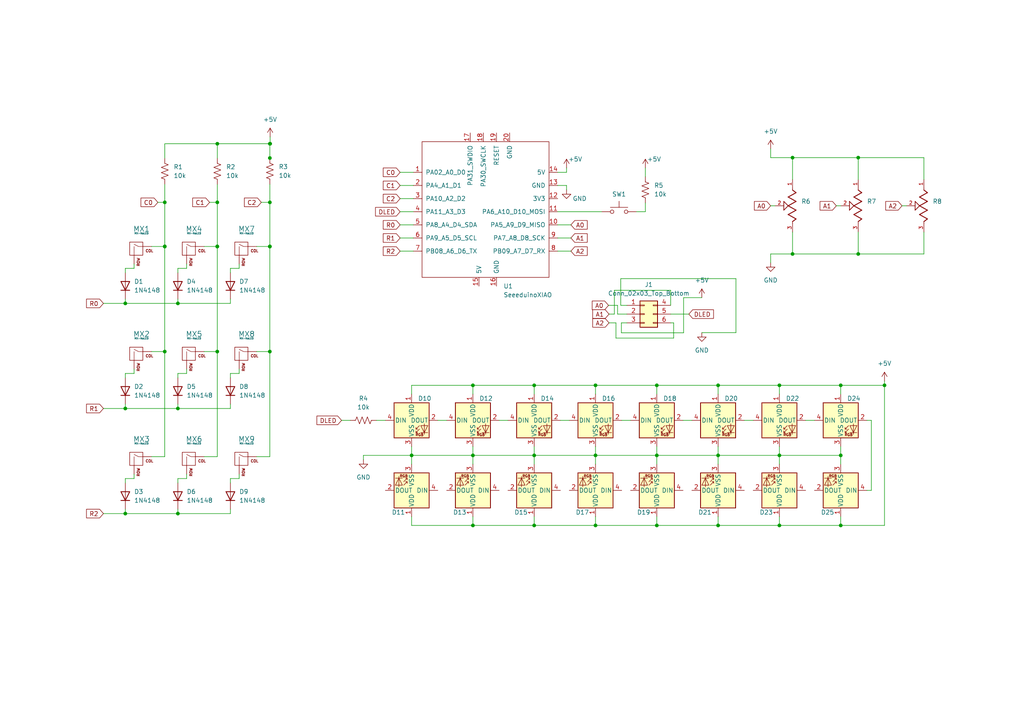
<source format=kicad_sch>
(kicad_sch (version 20211123) (generator eeschema)
  (paper "A4")
  (lib_symbols
    (symbol "Connector_Generic:Conn_02x03_Top_Bottom" (pin_names (offset 1.016) hide)
      (property "Reference" "J" (at 1.27 5.08 0))
      (property "Value" "Conn_02x03_Top_Bottom" (at 1.27 -5.08 0))
      (symbol "Conn_02x03_Top_Bottom_1_1"
        (rectangle (start -1.27 -2.413) (end 0 -2.667) (stroke (width 0.1524)))
        (rectangle (start -1.27 0.127) (end 0 -0.127) (stroke (width 0.1524)))
        (rectangle (start -1.27 2.667) (end 0 2.413) (stroke (width 0.1524)))
        (rectangle (start -1.27 3.81) (end 3.81 -3.81) (stroke (width 0.254)) (fill (type background)))
        (rectangle (start 3.81 -2.413) (end 2.54 -2.667) (stroke (width 0.1524)))
        (rectangle (start 3.81 0.127) (end 2.54 -0.127) (stroke (width 0.1524)))
        (rectangle (start 3.81 2.667) (end 2.54 2.413) (stroke (width 0.1524)))
        (pin passive line (at -5.08 2.54 0) (length 3.81) (name "Pin_1") (number "1"))
        (pin passive line (at -5.08 0 0) (length 3.81) (name "Pin_2") (number "2"))
        (pin passive line (at -5.08 -2.54 0) (length 3.81) (name "Pin_3") (number "3"))
        (pin passive line (at 7.62 2.54 180) (length 3.81) (name "Pin_4") (number "4"))
        (pin passive line (at 7.62 0 180) (length 3.81) (name "Pin_5") (number "5"))
        (pin passive line (at 7.62 -2.54 180) (length 3.81) (name "Pin_6") (number "6"))
      )
    )
    (symbol "Device:R_US" (pin_numbers hide) (pin_names (offset 0))
      (property "Reference" "R" (at 2.54 0 90))
      (property "Value" "R_US" (at -2.54 0 90))
      (symbol "R_US_0_1"
        (polyline (pts (xy 0 -2.286) (xy 0 -2.54)))
        (polyline (pts (xy 0 2.286) (xy 0 2.54)))
        (polyline (pts (xy 0 -0.762) (xy 1.016 -1.143) (xy 0 -1.524) (xy -1.016 -1.905) (xy 0 -2.286)))
        (polyline (pts (xy 0 0.762) (xy 1.016 0.381) (xy 0 0) (xy -1.016 -0.381) (xy 0 -0.762)))
        (polyline (pts (xy 0 2.286) (xy 1.016 1.905) (xy 0 1.524) (xy -1.016 1.143) (xy 0 0.762)))
      )
      (symbol "R_US_1_1"
        (pin passive line (at 0 3.81 270) (length 1.27) (name "~") (number "1"))
        (pin passive line (at 0 -3.81 90) (length 1.27) (name "~") (number "2"))
      )
    )
    (symbol "Diode:1N4148" (pin_numbers hide) (pin_names hide)
      (property "Reference" "D" (at 0 2.54 0))
      (property "Value" "1N4148" (at 0 -2.54 0))
      (symbol "1N4148_0_1"
        (polyline (pts (xy -1.27 1.27) (xy -1.27 -1.27)) (stroke (width 0.254)))
        (polyline (pts (xy 1.27 0) (xy -1.27 0)))
        (polyline (pts (xy 1.27 1.27) (xy 1.27 -1.27) (xy -1.27 0) (xy 1.27 1.27)) (stroke (width 0.254)))
      )
      (symbol "1N4148_1_1"
        (pin passive line (at -3.81 0 0) (length 2.54) (name "K") (number "1"))
        (pin passive line (at 3.81 0 180) (length 2.54) (name "A") (number "2"))
      )
    )
    (symbol "LED:WS2812B" (pin_names (offset 0.254))
      (property "Reference" "D" (at 5.08 5.715 0))
      (property "Value" "WS2812B" (at 1.27 -5.715 0))
      (symbol "WS2812B_0_0"
        (text "RGB" (at 2.286 -4.191 0) (effects (font (size 0.762 0.762))))
      )
      (symbol "WS2812B_0_1"
        (polyline (pts (xy 1.27 -3.556) (xy 1.778 -3.556)))
        (polyline (pts (xy 1.27 -2.54) (xy 1.778 -2.54)))
        (polyline (pts (xy 4.699 -3.556) (xy 2.667 -3.556)))
        (polyline (pts (xy 2.286 -2.54) (xy 1.27 -3.556) (xy 1.27 -3.048)))
        (polyline (pts (xy 2.286 -1.524) (xy 1.27 -2.54) (xy 1.27 -2.032)))
        (polyline (pts (xy 3.683 -1.016) (xy 3.683 -3.556) (xy 3.683 -4.064)))
        (polyline (pts (xy 4.699 -1.524) (xy 2.667 -1.524) (xy 3.683 -3.556) (xy 4.699 -1.524)))
        (rectangle (start 5.08 5.08) (end -5.08 -5.08) (stroke (width 0.254)) (fill (type background)))
      )
      (symbol "WS2812B_1_1"
        (pin power_in line (at 0 7.62 270) (length 2.54) (name "VDD") (number "1"))
        (pin output line (at 7.62 0 180) (length 2.54) (name "DOUT") (number "2"))
        (pin power_in line (at 0 -7.62 90) (length 2.54) (name "VSS") (number "3"))
        (pin input line (at -7.62 0 0) (length 2.54) (name "DIN") (number "4"))
      )
    )
    (symbol "MX_Alps_Hybrid:MX-NoLED" (pin_names (offset 1.016))
      (property "Reference" "MX" (at -0.635 3.81 0))
      (property "Value" "MX-NoLED" (at -0.635 1.27 0))
      (symbol "MX-NoLED_0_0"
        (rectangle (start -2.54 2.54) (end 1.27 -1.27))
        (polyline (pts (xy -1.27 -1.27) (xy -1.27 1.27)) (stroke (width 0.127)))
        (polyline (pts (xy 1.27 1.27) (xy 0 1.27) (xy -1.27 1.905)) (stroke (width 0.127)))
        (text "COL" (at 3.175 0 0) (effects (font (size 0.762 0.762))))
        (text "ROW" (at 0 -1.905 900) (effects (font (size 0.762 0.762)) (justify right)))
      )
      (symbol "MX-NoLED_1_1"
        (pin passive line (at 3.81 1.27 180) (length 2.54) (name "COL") (number "1"))
        (pin passive line (at -1.27 -3.81 90) (length 2.54) (name "ROW") (number "2"))
      )
    )
    (symbol "PTA4543-2015DPB103:PTA4543-2015DPB103" (pin_names (offset 1.016))
      (property "Reference" "R" (at -5.08 5.08 0))
      (property "Value" "PTA4543-2015DPB103" (at -5.08 2.54 0))
      (symbol "PTA4543-2015DPB103_0_0"
        (polyline (pts (xy -5.08 0) (xy -4.572 0)) (stroke (width 0.1524)))
        (polyline (pts (xy -4.572 0) (xy -3.81 1.016)) (stroke (width 0.254)))
        (polyline (pts (xy -3.81 1.016) (xy -2.54 -1.27)) (stroke (width 0.254)))
        (polyline (pts (xy -2.54 -1.27) (xy -1.27 1.016)) (stroke (width 0.254)))
        (polyline (pts (xy -1.27 -2.54) (xy 0 -1.27)) (stroke (width 0.2032)))
        (polyline (pts (xy -1.27 1.016) (xy 0 -1.27)) (stroke (width 0.254)))
        (polyline (pts (xy 0 -1.27) (xy 1.27 -2.54)) (stroke (width 0.2032)))
        (polyline (pts (xy 0 -1.27) (xy 1.27 1.016)) (stroke (width 0.254)))
        (polyline (pts (xy 1.27 -2.54) (xy -1.27 -2.54)) (stroke (width 0.2032)))
        (polyline (pts (xy 1.27 1.016) (xy 2.54 -1.27)) (stroke (width 0.254)))
        (polyline (pts (xy 2.54 -1.27) (xy 3.81 1.016)) (stroke (width 0.254)))
        (polyline (pts (xy 3.81 1.016) (xy 4.572 0)) (stroke (width 0.254)))
        (polyline (pts (xy 4.572 0) (xy 5.08 0)) (stroke (width 0.1524)))
        (pin passive line (at -7.62 0 0) (length 2.54) (name "~") (number "1"))
        (pin passive line (at 0 -5.08 90) (length 2.54) (name "~") (number "2"))
        (pin passive line (at 7.62 0 180) (length 2.54) (name "~") (number "3"))
      )
    )
    (symbol "Seeeduino XIAO:SeeeduinoXIAO" (pin_names (offset 1.016))
      (property "Reference" "U" (at -19.05 22.86 0))
      (property "Value" "SeeeduinoXIAO" (at -12.7 21.59 0))
      (symbol "SeeeduinoXIAO_0_1"
        (rectangle (start -19.05 20.32) (end 17.78 -19.05))
      )
      (symbol "SeeeduinoXIAO_1_1"
        (pin unspecified line (at -21.59 11.43 0) (length 2.54) (name "PA02_A0_D0") (number "1"))
        (pin unspecified line (at 20.32 -3.81 180) (length 2.54) (name "PA5_A9_D9_MISO") (number "10"))
        (pin unspecified line (at 20.32 0 180) (length 2.54) (name "PA6_A10_D10_MOSI") (number "11"))
        (pin unspecified line (at 20.32 3.81 180) (length 2.54) (name "3V3") (number "12"))
        (pin unspecified line (at 20.32 7.62 180) (length 2.54) (name "GND") (number "13"))
        (pin unspecified line (at 20.32 11.43 180) (length 2.54) (name "5V") (number "14"))
        (pin input line (at -2.54 -21.59 90) (length 2.54) (name "5V") (number "15"))
        (pin input line (at 2.54 -21.59 90) (length 2.54) (name "GND") (number "16"))
        (pin input line (at -5.08 22.86 270) (length 2.54) (name "PA31_SWDIO") (number "17"))
        (pin input line (at -1.27 22.86 270) (length 2.54) (name "PA30_SWCLK") (number "18"))
        (pin input line (at 2.54 22.86 270) (length 2.54) (name "RESET") (number "19"))
        (pin unspecified line (at -21.59 7.62 0) (length 2.54) (name "PA4_A1_D1") (number "2"))
        (pin input line (at 6.35 22.86 270) (length 2.54) (name "GND") (number "20"))
        (pin unspecified line (at -21.59 3.81 0) (length 2.54) (name "PA10_A2_D2") (number "3"))
        (pin unspecified line (at -21.59 0 0) (length 2.54) (name "PA11_A3_D3") (number "4"))
        (pin unspecified line (at -21.59 -3.81 0) (length 2.54) (name "PA8_A4_D4_SDA") (number "5"))
        (pin unspecified line (at -21.59 -7.62 0) (length 2.54) (name "PA9_A5_D5_SCL") (number "6"))
        (pin unspecified line (at -21.59 -11.43 0) (length 2.54) (name "PB08_A6_D6_TX") (number "7"))
        (pin unspecified line (at 20.32 -11.43 180) (length 2.54) (name "PB09_A7_D7_RX") (number "8"))
        (pin unspecified line (at 20.32 -7.62 180) (length 2.54) (name "PA7_A8_D8_SCK") (number "9"))
      )
    )
    (symbol "Switch:SW_MEC_5G" (pin_numbers hide) (pin_names (offset 1.016) hide)
      (property "Reference" "SW" (at 1.27 2.54 0))
      (property "Value" "SW_MEC_5G" (at 0 -1.524 0))
      (symbol "SW_MEC_5G_0_1"
        (circle (center -2.032 0) (radius 0.508))
        (polyline (pts (xy 0 1.27) (xy 0 3.048)))
        (polyline (pts (xy 2.54 1.27) (xy -2.54 1.27)))
        (circle (center 2.032 0) (radius 0.508))
        (pin passive line (at -5.08 0 0) (length 2.54) (name "A") (number "1"))
        (pin passive line (at 5.08 0 180) (length 2.54) (name "B") (number "3"))
      )
      (symbol "SW_MEC_5G_1_1"
        (pin passive line (at -5.08 0 0) (length 2.54) hide (name "A") (number "2"))
        (pin passive line (at 5.08 0 180) (length 2.54) hide (name "B") (number "4"))
      )
    )
    (symbol "power:+5V" (power) (pin_names (offset 0))
      (property "Value" "+5V" (at 0 3.556 0))
      (symbol "+5V_0_1"
        (polyline (pts (xy -0.762 1.27) (xy 0 2.54)))
        (polyline (pts (xy 0 0) (xy 0 2.54)))
        (polyline (pts (xy 0 2.54) (xy 0.762 1.27)))
      )
      (symbol "+5V_1_1"
        (pin power_in line (at 0 0 90) (length 0) hide (name "+5V") (number "1"))
      )
    )
    (symbol "power:GND" (power) (pin_names (offset 0))
      (property "Value" "GND" (at 0 -3.81 0))
      (symbol "GND_0_1"
        (polyline (pts (xy 0 0) (xy 0 -1.27) (xy 1.27 -1.27) (xy 0 -2.54) (xy -1.27 -1.27) (xy 0 -1.27)))
      )
      (symbol "GND_1_1"
        (pin power_in line (at 0 0 270) (length 0) hide (name "GND") (number "1"))
      )
    )
  )
  (junction (at 229.87 45.72))
  (junction (at 78.26 101.97))
  (junction (at 172.72 132.08))
  (junction (at 51.59 118.48))
  (junction (at 137.16 132.08))
  (junction (at 190.5 132.08))
  (junction (at 78.27 41.69))
  (junction (at 229.87 73.66))
  (junction (at 208.28 132.08))
  (junction (at 256.54 111.76))
  (junction (at 172.72 152.4))
  (junction (at 47.78 71.49))
  (junction (at 248.92 45.72))
  (junction (at 47.79 71.49))
  (junction (at 78.27 71.49))
  (junction (at 36.35 118.48))
  (junction (at 190.5 111.76))
  (junction (at 154.94 152.4))
  (junction (at 63.02 71.49))
  (junction (at 47.78 101.97))
  (junction (at 154.94 111.76))
  (junction (at 51.59 148.96))
  (junction (at 208.28 111.76))
  (junction (at 63.02 101.97))
  (junction (at 63.03 71.49))
  (junction (at 63.03 58.69))
  (junction (at 36.35 88))
  (junction (at 51.59 88))
  (junction (at 78.27 45.8336))
  (junction (at 63.03 41.69))
  (junction (at 243.84 111.76))
  (junction (at 119.38 132.08))
  (junction (at 243.84 152.4))
  (junction (at 226.06 132.08))
  (junction (at 243.84 132.08))
  (junction (at 248.92 73.66))
  (junction (at 226.06 152.4))
  (junction (at 154.94 132.08))
  (junction (at 36.35 148.96))
  (junction (at 47.79 58.69))
  (junction (at 78.27 58.69))
  (junction (at 226.06 111.76))
  (junction (at 208.28 152.4))
  (junction (at 137.16 111.76))
  (junction (at 78.3463 41.69))
  (junction (at 78.26 71.49))
  (junction (at 172.72 111.76))
  (junction (at 137.16 152.4))
  (junction (at 190.5 152.4))
  (wire (pts (xy 226.06 152.4) (xy 226.06 149.86)))
  (wire (pts (xy 47.78 132.45) (xy 43.97 132.45)))
  (wire (pts (xy 78.3463 41.69) (xy 78.27 41.69)))
  (wire (pts (xy 172.72 129.54) (xy 172.72 132.08)))
  (wire (pts (xy 154.94 132.08) (xy 154.94 134.62)))
  (wire (pts (xy 154.94 111.76) (xy 154.94 114.3)))
  (wire (pts (xy 54.13 108.32) (xy 54.13 107.05)))
  (wire (pts (xy 78.27 45.88) (xy 78.27 45.8336)))
  (wire (pts (xy 208.28 111.76) (xy 208.28 114.3)))
  (wire (pts (xy 178.6527 93.645) (xy 176.6431 93.645)))
  (wire (pts (xy 213.4552 96.4802) (xy 213.4552 80.8131)))
  (wire (pts (xy 30 118.48) (xy 36.35 118.48)))
  (wire (pts (xy 38.89 138.8) (xy 38.89 137.53)))
  (wire (pts (xy 256.54 111.76) (xy 256.54 152.4)))
  (wire (pts (xy 38.89 108.32) (xy 38.89 107.05)))
  (wire (pts (xy 154.94 152.4) (xy 154.94 149.86)))
  (wire (pts (xy 119.38 111.76) (xy 137.16 111.76)))
  (wire (pts (xy 242.57 59.69) (xy 243.84 59.69)))
  (wire (pts (xy 69.37 77.84) (xy 69.37 76.57)))
  (wire (pts (xy 137.16 111.76) (xy 137.16 114.3)))
  (wire (pts (xy 74.45 71.49) (xy 78.26 71.49)))
  (wire (pts (xy 162.56 121.92) (xy 165.1 121.92)))
  (wire (pts (xy 172.72 132.08) (xy 172.72 134.62)))
  (wire (pts (xy 243.84 129.54) (xy 243.84 132.08)))
  (wire (pts (xy 248.92 67.31) (xy 248.92 73.66)))
  (wire (pts (xy 190.5 132.08) (xy 208.28 132.08)))
  (wire (pts (xy 223.52 45.72) (xy 229.87 45.72)))
  (wire (pts (xy 51.59 148.96) (xy 51.59 147.69)))
  (wire (pts (xy 116.06 65.22) (xy 119.87 65.22)))
  (wire (pts (xy 36.35 108.32) (xy 38.89 108.32)))
  (wire (pts (xy 144.78 121.92) (xy 147.32 121.92)))
  (wire (pts (xy 164.32 49.98) (xy 164.32 48.71)))
  (wire (pts (xy 223.52 76.2) (xy 223.52 73.66)))
  (wire (pts (xy 194.5248 88.565) (xy 194.5248 84.1974)))
  (wire (pts (xy 226.06 132.08) (xy 226.06 134.62)))
  (wire (pts (xy 47.79 45.88) (xy 47.79 41.69)))
  (wire (pts (xy 208.28 152.4) (xy 226.06 152.4)))
  (wire (pts (xy 178.6527 98.0589) (xy 178.6527 93.645)))
  (wire (pts (xy 51.59 118.48) (xy 51.59 117.21)))
  (wire (pts (xy 78.27 53.4536) (xy 78.27 58.69)))
  (wire (pts (xy 116.06 69.03) (xy 119.87 69.03)))
  (wire (pts (xy 47.79 58.69) (xy 47.79 71.49)))
  (wire (pts (xy 78.26 101.97) (xy 74.45 101.97)))
  (wire (pts (xy 51.59 79.11) (xy 51.59 77.84)))
  (wire (pts (xy 190.5 132.08) (xy 190.5 134.62)))
  (wire (pts (xy 51.59 138.8) (xy 54.13 138.8)))
  (wire (pts (xy 203.5567 86.3311) (xy 198.2693 86.3311)))
  (wire (pts (xy 66.83 118.48) (xy 51.59 118.48)))
  (wire (pts (xy 38.89 76.57) (xy 38.89 77.84)))
  (wire (pts (xy 226.06 132.08) (xy 243.84 132.08)))
  (wire (pts (xy 66.83 77.84) (xy 69.37 77.84)))
  (wire (pts (xy 127 121.92) (xy 129.54 121.92)))
  (wire (pts (xy 119.38 132.08) (xy 137.16 132.08)))
  (wire (pts (xy 251.46 121.92) (xy 252.73 121.92)))
  (wire (pts (xy 233.68 121.92) (xy 236.22 121.92)))
  (wire (pts (xy 161.78 49.98) (xy 164.32 49.98)))
  (wire (pts (xy 243.84 152.4) (xy 243.84 149.86)))
  (wire (pts (xy 51.59 109.59) (xy 51.59 108.32)))
  (wire (pts (xy 243.84 152.4) (xy 256.54 152.4)))
  (wire (pts (xy 203.5567 96.4802) (xy 213.4552 96.4802)))
  (wire (pts (xy 195.3886 98.0589) (xy 178.6527 98.0589)))
  (wire (pts (xy 223.52 73.66) (xy 229.87 73.66)))
  (wire (pts (xy 74.45 132.45) (xy 78.26 132.45)))
  (wire (pts (xy 66.83 88) (xy 51.59 88)))
  (wire (pts (xy 194.5248 84.1974) (xy 178.1891 84.1974)))
  (wire (pts (xy 195.3886 93.645) (xy 195.3886 98.0589)))
  (wire (pts (xy 194.5248 91.105) (xy 199.7978 91.105)))
  (wire (pts (xy 208.28 132.08) (xy 226.06 132.08)))
  (wire (pts (xy 63.02 132.45) (xy 63.02 101.97)))
  (wire (pts (xy 36.35 138.8) (xy 38.89 138.8)))
  (wire (pts (xy 69.37 138.8) (xy 69.37 137.53)))
  (wire (pts (xy 267.97 45.72) (xy 267.97 52.07)))
  (wire (pts (xy 213.4552 80.8131) (xy 180.0435 80.8131)))
  (wire (pts (xy 119.38 152.4) (xy 137.16 152.4)))
  (wire (pts (xy 116.06 61.41) (xy 119.87 61.41)))
  (wire (pts (xy 226.06 111.76) (xy 226.06 114.3)))
  (wire (pts (xy 137.16 152.4) (xy 137.16 149.86)))
  (wire (pts (xy 51.59 118.48) (xy 36.35 118.48)))
  (wire (pts (xy 119.38 114.3) (xy 119.38 111.76)))
  (wire (pts (xy 229.87 45.72) (xy 248.92 45.72)))
  (wire (pts (xy 78.26 132.45) (xy 78.26 101.97)))
  (wire (pts (xy 116.06 49.98) (xy 119.87 49.98)))
  (wire (pts (xy 119.38 149.86) (xy 119.38 152.4)))
  (wire (pts (xy 66.83 148.96) (xy 51.59 148.96)))
  (wire (pts (xy 78.27 45.8336) (xy 78.27 41.69)))
  (wire (pts (xy 54.13 77.84) (xy 54.13 76.57)))
  (wire (pts (xy 54.13 138.8) (xy 54.13 137.53)))
  (wire (pts (xy 248.92 45.72) (xy 248.92 52.07)))
  (wire (pts (xy 172.72 152.4) (xy 172.72 149.86)))
  (wire (pts (xy 176.4927 88.565) (xy 179.1213 88.565)))
  (wire (pts (xy 51.59 148.96) (xy 36.35 148.96)))
  (wire (pts (xy 116.06 53.79) (xy 119.87 53.79)))
  (wire (pts (xy 172.72 132.08) (xy 190.5 132.08)))
  (wire (pts (xy 181.8248 88.565) (xy 180.0435 88.565)))
  (wire (pts (xy 187.18 48.71) (xy 187.18 51.25)))
  (wire (pts (xy 59.21 71.49) (xy 63.02 71.49)))
  (wire (pts (xy 229.87 52.07) (xy 229.87 45.72)))
  (wire (pts (xy 60.79 58.69) (xy 63.03 58.69)))
  (wire (pts (xy 161.78 65.22) (xy 165.59 65.22)))
  (wire (pts (xy 63.03 53.5) (xy 63.03 58.69)))
  (wire (pts (xy 190.5 152.4) (xy 190.5 149.86)))
  (wire (pts (xy 63.03 71.49) (xy 63.02 71.49)))
  (wire (pts (xy 172.72 111.76) (xy 172.72 114.3)))
  (wire (pts (xy 36.35 88) (xy 51.59 88)))
  (wire (pts (xy 223.52 59.69) (xy 224.79 59.69)))
  (wire (pts (xy 256.54 111.76) (xy 256.54 110.49)))
  (wire (pts (xy 178.1891 84.1974) (xy 178.1891 91.105)))
  (wire (pts (xy 229.87 67.31) (xy 229.87 73.66)))
  (wire (pts (xy 194.5248 93.645) (xy 195.3886 93.645)))
  (wire (pts (xy 45.79 58.69) (xy 47.79 58.69)))
  (wire (pts (xy 172.72 152.4) (xy 190.5 152.4)))
  (wire (pts (xy 47.78 71.49) (xy 47.78 101.97)))
  (wire (pts (xy 208.28 132.08) (xy 208.28 134.62)))
  (wire (pts (xy 161.78 61.41) (xy 174.48 61.41)))
  (wire (pts (xy 38.89 77.84) (xy 36.35 77.84)))
  (wire (pts (xy 30 148.96) (xy 36.35 148.96)))
  (wire (pts (xy 137.16 132.08) (xy 154.94 132.08)))
  (wire (pts (xy 109.22 121.92) (xy 111.76 121.92)))
  (wire (pts (xy 66.83 108.32) (xy 69.37 108.32)))
  (wire (pts (xy 215.9 121.92) (xy 218.44 121.92)))
  (wire (pts (xy 43.97 71.49) (xy 47.78 71.49)))
  (wire (pts (xy 184.64 61.41) (xy 187.18 61.41)))
  (wire (pts (xy 99.06 121.92) (xy 101.6 121.92)))
  (wire (pts (xy 180.0435 88.565) (xy 180.0435 80.8131)))
  (wire (pts (xy 30 88) (xy 36.35 88)))
  (wire (pts (xy 243.84 111.76) (xy 243.84 114.3)))
  (wire (pts (xy 243.84 132.08) (xy 243.84 134.62)))
  (wire (pts (xy 66.83 79.11) (xy 66.83 77.84)))
  (wire (pts (xy 36.35 140.07) (xy 36.35 138.8)))
  (wire (pts (xy 69.37 108.32) (xy 69.37 107.05)))
  (wire (pts (xy 248.92 73.66) (xy 267.97 73.66)))
  (wire (pts (xy 164.32 53.79) (xy 164.32 55.06)))
  (wire (pts (xy 63.03 41.69) (xy 63.03 45.88)))
  (wire (pts (xy 78.27 71.49) (xy 78.26 71.49)))
  (wire (pts (xy 187.18 61.41) (xy 187.18 58.87)))
  (wire (pts (xy 63.02 101.97) (xy 59.21 101.97)))
  (wire (pts (xy 36.35 118.48) (xy 36.35 117.21)))
  (wire (pts (xy 63.03 58.69) (xy 63.03 71.49)))
  (wire (pts (xy 190.5 111.76) (xy 208.28 111.76)))
  (wire (pts (xy 78.27 58.69) (xy 78.27 71.49)))
  (wire (pts (xy 248.92 45.72) (xy 267.97 45.72)))
  (wire (pts (xy 47.79 41.69) (xy 63.03 41.69)))
  (wire (pts (xy 78.26 71.49) (xy 78.26 101.97)))
  (wire (pts (xy 51.59 140.07) (xy 51.59 138.8)))
  (wire (pts (xy 36.35 148.96) (xy 36.35 147.69)))
  (wire (pts (xy 137.16 132.08) (xy 137.16 134.62)))
  (wire (pts (xy 137.16 129.54) (xy 137.16 132.08)))
  (wire (pts (xy 119.38 129.54) (xy 119.38 132.08)))
  (wire (pts (xy 154.94 129.54) (xy 154.94 132.08)))
  (wire (pts (xy 226.06 152.4) (xy 243.84 152.4)))
  (wire (pts (xy 252.73 121.92) (xy 252.73 142.24)))
  (wire (pts (xy 66.83 147.69) (xy 66.83 148.96)))
  (wire (pts (xy 154.94 152.4) (xy 172.72 152.4)))
  (wire (pts (xy 190.5 111.76) (xy 190.5 114.3)))
  (wire (pts (xy 180.34 121.92) (xy 182.88 121.92)))
  (wire (pts (xy 208.28 152.4) (xy 208.28 149.86)))
  (wire (pts (xy 137.16 111.76) (xy 154.94 111.76)))
  (wire (pts (xy 198.2693 96.529) (xy 180.229 96.529)))
  (wire (pts (xy 59.21 132.45) (xy 63.02 132.45)))
  (wire (pts (xy 137.16 152.4) (xy 154.94 152.4)))
  (wire (pts (xy 198.12 121.92) (xy 200.66 121.92)))
  (wire (pts (xy 119.38 132.08) (xy 105.41 132.08)))
  (wire (pts (xy 243.84 111.76) (xy 256.54 111.76)))
  (wire (pts (xy 63.02 71.49) (xy 63.02 101.97)))
  (wire (pts (xy 78.3463 39.6938) (xy 78.3463 41.69)))
  (wire (pts (xy 208.28 129.54) (xy 208.28 132.08)))
  (wire (pts (xy 36.35 109.59) (xy 36.35 108.32)))
  (wire (pts (xy 66.83 86.73) (xy 66.83 88)))
  (wire (pts (xy 226.06 129.54) (xy 226.06 132.08)))
  (wire (pts (xy 161.78 53.79) (xy 164.32 53.79)))
  (wire (pts (xy 190.5 129.54) (xy 190.5 132.08)))
  (wire (pts (xy 66.83 117.21) (xy 66.83 118.48)))
  (wire (pts (xy 66.83 138.8) (xy 69.37 138.8)))
  (wire (pts (xy 161.78 72.84) (xy 165.59 72.84)))
  (wire (pts (xy 47.79 71.49) (xy 47.78 71.49)))
  (wire (pts (xy 51.59 77.84) (xy 54.13 77.84)))
  (wire (pts (xy 190.5 152.4) (xy 208.28 152.4)))
  (wire (pts (xy 47.78 101.97) (xy 47.78 132.45)))
  (wire (pts (xy 51.59 108.32) (xy 54.13 108.32)))
  (wire (pts (xy 229.87 73.66) (xy 248.92 73.66)))
  (wire (pts (xy 154.94 111.76) (xy 172.72 111.76)))
  (wire (pts (xy 179.1213 88.565) (xy 179.1213 91.105)))
  (wire (pts (xy 78.27 41.69) (xy 63.03 41.69)))
  (wire (pts (xy 223.52 43.18) (xy 223.52 45.72)))
  (wire (pts (xy 161.78 69.03) (xy 165.59 69.03)))
  (wire (pts (xy 252.73 142.24) (xy 251.46 142.24)))
  (wire (pts (xy 36.35 77.84) (xy 36.35 79.11)))
  (wire (pts (xy 66.83 109.59) (xy 66.83 108.32)))
  (wire (pts (xy 154.94 132.08) (xy 172.72 132.08)))
  (wire (pts (xy 43.97 101.97) (xy 47.78 101.97)))
  (wire (pts (xy 36.35 86.73) (xy 36.35 88)))
  (wire (pts (xy 116.06 72.84) (xy 119.87 72.84)))
  (wire (pts (xy 181.8248 93.645) (xy 180.229 93.645)))
  (wire (pts (xy 178.1891 91.105) (xy 176.6431 91.105)))
  (wire (pts (xy 105.41 132.08) (xy 105.41 133.35)))
  (wire (pts (xy 119.38 132.08) (xy 119.38 134.62)))
  (wire (pts (xy 261.62 59.69) (xy 262.89 59.69)))
  (wire (pts (xy 180.229 93.645) (xy 180.229 96.529)))
  (wire (pts (xy 172.72 111.76) (xy 190.5 111.76)))
  (wire (pts (xy 66.83 140.07) (xy 66.83 138.8)))
  (wire (pts (xy 208.28 111.76) (xy 226.06 111.76)))
  (wire (pts (xy 75.79 58.69) (xy 78.27 58.69)))
  (wire (pts (xy 198.2693 86.3311) (xy 198.2693 96.529)))
  (wire (pts (xy 51.59 88) (xy 51.59 86.73)))
  (wire (pts (xy 179.1213 91.105) (xy 181.8248 91.105)))
  (wire (pts (xy 267.97 67.31) (xy 267.97 73.66)))
  (wire (pts (xy 47.79 53.5) (xy 47.79 58.69)))
  (wire (pts (xy 226.06 111.76) (xy 243.84 111.76)))
  (wire (pts (xy 116.06 57.6) (xy 119.87 57.6)))
  (global_label "A0" (shape input) (at 165.59 65.22 0) (property "Intersheet References" "${INTERSHEET_REFS}" (effects hide)))
  (global_label "C1" (shape input) (at 60.79 58.69 180) (property "Intersheet References" "${INTERSHEET_REFS}" (effects hide)))
  (global_label "C2" (shape input) (at 116.06 57.6 180) (property "Intersheet References" "${INTERSHEET_REFS}" (effects hide)))
  (global_label "A2" (shape input) (at 165.59 72.84 0) (property "Intersheet References" "${INTERSHEET_REFS}" (effects hide)))
  (global_label "C2" (shape input) (at 75.79 58.69 180) (property "Intersheet References" "${INTERSHEET_REFS}" (effects hide)))
  (global_label "R2" (shape input) (at 30 148.96 180) (property "Intersheet References" "${INTERSHEET_REFS}" (effects hide)))
  (global_label "A2" (shape input) (at 176.6431 93.645 180) (property "Intersheet References" "${INTERSHEET_REFS}" (effects hide)))
  (global_label "R1" (shape input) (at 116.06 69.03 180) (property "Intersheet References" "${INTERSHEET_REFS}" (effects hide)))
  (global_label "R1" (shape input) (at 30 118.48 180) (property "Intersheet References" "${INTERSHEET_REFS}" (effects hide)))
  (global_label "C0" (shape input) (at 116.06 49.98 180) (property "Intersheet References" "${INTERSHEET_REFS}" (effects hide)))
  (global_label "C0" (shape input) (at 45.79 58.69 180) (property "Intersheet References" "${INTERSHEET_REFS}" (effects hide)))
  (global_label "R0" (shape input) (at 116.06 65.22 180) (property "Intersheet References" "${INTERSHEET_REFS}" (effects hide)))
  (global_label "DLED" (shape input) (at 99.06 121.92 180) (property "Intersheet References" "${INTERSHEET_REFS}" (effects hide)))
  (global_label "DLED" (shape input) (at 116.06 61.41 180) (property "Intersheet References" "${INTERSHEET_REFS}" (effects hide)))
  (global_label "R2" (shape input) (at 116.06 72.84 180) (property "Intersheet References" "${INTERSHEET_REFS}" (effects hide)))
  (global_label "A1" (shape input) (at 242.57 59.69 180) (property "Intersheet References" "${INTERSHEET_REFS}" (effects hide)))
  (global_label "A0" (shape input) (at 176.4927 88.565 180) (property "Intersheet References" "${INTERSHEET_REFS}" (effects hide)))
  (global_label "C1" (shape input) (at 116.06 53.79 180) (property "Intersheet References" "${INTERSHEET_REFS}" (effects hide)))
  (global_label "R0" (shape input) (at 30 88 180) (property "Intersheet References" "${INTERSHEET_REFS}" (effects hide)))
  (global_label "DLED" (shape input) (at 199.7978 91.105 0) (property "Intersheet References" "${INTERSHEET_REFS}" (effects hide)))
  (global_label "A1" (shape input) (at 165.59 69.03 0) (property "Intersheet References" "${INTERSHEET_REFS}" (effects hide)))
  (global_label "A2" (shape input) (at 261.62 59.69 180) (property "Intersheet References" "${INTERSHEET_REFS}" (effects hide)))
  (global_label "A1" (shape input) (at 176.6431 91.105 180) (property "Intersheet References" "${INTERSHEET_REFS}" (effects hide)))
  (global_label "A0" (shape input) (at 223.52 59.69 180) (property "Intersheet References" "${INTERSHEET_REFS}" (effects hide)))
  (symbol (lib_id "Diode:1N4148") (at 51.59 143.88 90) (unit 1)
    (property "Reference" "D6" (at 54.13 142.6099 90) (effects (justify right)))
    (property "Value" "1N4148" (at 54.13 145.1499 90) (effects (justify right)))
    (property "Footprint" "Diode_THT:D_DO-35_SOD27_P7.62mm_Horizontal" (effects hide))
    (property "Datasheet" "https://assets.nexperia.com/documents/data-sheet/1N4148_1N4448.pdf" (effects hide))
  )
  (symbol (lib_id "Seeeduino XIAO:SeeeduinoXIAO") (at 141.46 61.41 0) (unit 1)
    (property "Reference" "U1" (at 146.0194 83 0) (effects (justify left)))
    (property "Value" "SeeeduinoXIAO" (at 146.0194 85.54 0) (effects (justify left)))
    (property "Footprint" "Seeeduino XIAO KICAD:Seeeduino XIAO-MOUDLE14P-2.54-21X17.8MM" (effects hide))
  )
  (symbol (lib_id "Diode:1N4148") (at 36.35 143.88 90) (unit 1)
    (property "Reference" "D3" (at 38.89 142.6099 90) (effects (justify right)))
    (property "Value" "1N4148" (at 38.89 145.1499 90) (effects (justify right)))
    (property "Footprint" "Diode_THT:D_DO-35_SOD27_P7.62mm_Horizontal" (effects hide))
    (property "Datasheet" "https://assets.nexperia.com/documents/data-sheet/1N4148_1N4448.pdf" (effects hide))
  )
  (symbol (lib_id "power:GND") (at 164.32 55.06 0) (unit 1)
    (property "Reference" "#PWR0106" (effects hide))
    (property "Value" "GND" (at 168.13 57.6 0))
  )
  (symbol (lib_id "MX_Alps_Hybrid:MX-NoLED") (at 55.4 103.24 0) (unit 1)
    (property "Reference" "MX5" (at 56.2856 96.89 0) (effects (font (size 1.524 1.524))))
    (property "Value" "MX-NoLED" (at 56.2856 98.16 0) (effects (font (size 0.508 0.508))))
    (property "Footprint" "MX_Only:MXOnly-1U-NoLED" (effects hide))
  )
  (symbol (lib_id "MX_Alps_Hybrid:MX-NoLED") (at 40.16 103.24 0) (unit 1)
    (property "Reference" "MX2" (at 41.0456 96.89 0) (effects (font (size 1.524 1.524))))
    (property "Value" "MX-NoLED" (at 41.0456 98.16 0) (effects (font (size 0.508 0.508))))
    (property "Footprint" "MX_Only:MXOnly-1U-NoLED" (effects hide))
  )
  (symbol (lib_id "Diode:1N4148") (at 51.59 82.92 90) (unit 1)
    (property "Reference" "D4" (at 54.13 81.6499 90) (effects (justify right)))
    (property "Value" "1N4148" (at 54.13 84.1899 90) (effects (justify right)))
    (property "Footprint" "Diode_THT:D_DO-35_SOD27_P7.62mm_Horizontal" (effects hide))
    (property "Datasheet" "https://assets.nexperia.com/documents/data-sheet/1N4148_1N4448.pdf" (effects hide))
  )
  (symbol (lib_id "power:GND") (at 105.41 133.35 0) (unit 1)
    (property "Reference" "#PWR0103" (effects hide))
    (property "Value" "GND" (at 105.41 138.43 0))
  )
  (symbol (lib_id "LED:WS2812B") (at 154.94 142.24 180) (unit 1)
    (property "Reference" "D15" (at 151.13 148.59 0))
    (property "Value" "WS2812B" (effects hide))
    (property "Footprint" "LED_SMD:LED_WS2812B_PLCC4_5.0x5.0mm_P3.2mm" (effects hide))
    (property "Datasheet" "https://cdn-shop.adafruit.com/datasheets/WS2812B.pdf" (effects hide))
  )
  (symbol (lib_id "Switch:SW_MEC_5G") (at 179.56 61.41 0) (unit 1)
    (property "Reference" "SW1" (at 179.56 56.33 0))
    (property "Value" "SW_MEC_5G" (effects hide))
    (property "Footprint" "random-keyboard-parts:PushButton_6x6mm_TH_Pretty" (effects hide))
    (property "Datasheet" "http://www.apem.com/int/index.php?controller=attachment&id_attachment=488" (effects hide))
  )
  (symbol (lib_id "power:+5V") (at 256.54 110.49 0) (unit 1)
    (property "Reference" "#PWR0104" (effects hide))
    (property "Value" "+5V" (at 256.54 105.41 0))
  )
  (symbol (lib_id "MX_Alps_Hybrid:MX-NoLED") (at 55.4 72.76 0) (unit 1)
    (property "Reference" "MX4" (at 56.2856 66.41 0) (effects (font (size 1.524 1.524))))
    (property "Value" "MX-NoLED" (at 56.2856 67.68 0) (effects (font (size 0.508 0.508))))
    (property "Footprint" "MX_Only:MXOnly-1U-NoLED" (effects hide))
  )
  (symbol (lib_id "LED:WS2812B") (at 208.28 121.92 0) (unit 1)
    (property "Reference" "D20" (at 212.09 115.57 0))
    (property "Value" "WS2812B" (effects hide))
    (property "Footprint" "LED_SMD:LED_WS2812B_PLCC4_5.0x5.0mm_P3.2mm" (effects hide))
    (property "Datasheet" "https://cdn-shop.adafruit.com/datasheets/WS2812B.pdf" (effects hide))
  )
  (symbol (lib_id "MX_Alps_Hybrid:MX-NoLED") (at 55.4 133.72 0) (unit 1)
    (property "Reference" "MX6" (at 56.2856 127.37 0) (effects (font (size 1.524 1.524))))
    (property "Value" "MX-NoLED" (at 56.2856 128.64 0) (effects (font (size 0.508 0.508))))
    (property "Footprint" "MX_Only:MXOnly-1U-NoLED" (effects hide))
  )
  (symbol (lib_id "power:+5V") (at 223.52 43.18 0) (unit 1)
    (property "Reference" "#PWR0102" (effects hide))
    (property "Value" "+5V" (at 223.52 38.1 0))
  )
  (symbol (lib_id "Diode:1N4148") (at 51.59 113.4 90) (unit 1)
    (property "Reference" "D5" (at 54.13 112.1299 90) (effects (justify right)))
    (property "Value" "1N4148" (at 54.13 114.6699 90) (effects (justify right)))
    (property "Footprint" "Diode_THT:D_DO-35_SOD27_P7.62mm_Horizontal" (effects hide))
    (property "Datasheet" "https://assets.nexperia.com/documents/data-sheet/1N4148_1N4448.pdf" (effects hide))
  )
  (symbol (lib_id "Device:R_US") (at 187.18 55.06 180) (unit 1)
    (property "Reference" "R5" (at 189.72 53.7899 0) (effects (justify right)))
    (property "Value" "10k" (at 189.72 56.3299 0) (effects (justify right)))
    (property "Footprint" "Resistor_THT:R_Axial_DIN0207_L6.3mm_D2.5mm_P10.16mm_Horizontal" (effects hide))
  )
  (symbol (lib_id "power:+5V") (at 187.18 48.71 0) (unit 1)
    (property "Reference" "#PWR0107" (effects hide))
    (property "Value" "+5V" (at 189.72 46.17 0))
  )
  (symbol (lib_id "LED:WS2812B") (at 119.38 121.92 0) (unit 1)
    (property "Reference" "D10" (at 123.19 115.57 0))
    (property "Value" "WS2812B" (effects hide))
    (property "Footprint" "LED_SMD:LED_WS2812B_PLCC4_5.0x5.0mm_P3.2mm" (effects hide))
    (property "Datasheet" "https://cdn-shop.adafruit.com/datasheets/WS2812B.pdf" (effects hide))
  )
  (symbol (lib_id "PTA4543-2015DPB103:PTA4543-2015DPB103") (at 248.92 59.69 270) (unit 1)
    (property "Reference" "R7" (at 251.46 58.4199 90) (effects (justify left)))
    (property "Value" "PTA4543-2015DPB103" (effects hide))
    (property "Footprint" "Slide Potentiometer:TRIM_PTA4543-2015DPB103" (effects hide))
    (property "SNAPEDA_PN" "PTA4543-2015DPB103" (effects hide))
    (property "MANUFACTURER" "Bourns" (effects hide))
    (property "MAXIMUM_PACKAGE_HEIGHT" "21.5 mm" (effects hide))
    (property "STANDARD" "Manufacturer Recommendations" (effects hide))
    (property "PARTREV" "04/21" (effects hide))
  )
  (symbol (lib_id "power:+5V") (at 203.5567 86.3311 0) (unit 1)
    (property "Reference" "#PWR0110" (effects hide))
    (property "Value" "+5V" (at 203.5567 81.28 0))
  )
  (symbol (lib_id "Device:R_US") (at 47.79 49.69 0) (unit 1)
    (property "Reference" "R1" (at 50.33 48.4199 0) (effects (justify left)))
    (property "Value" "10k" (at 50.33 50.9599 0) (effects (justify left)))
    (property "Footprint" "Resistor_THT:R_Axial_DIN0207_L6.3mm_D2.5mm_P10.16mm_Horizontal" (effects hide))
  )
  (symbol (lib_id "LED:WS2812B") (at 172.72 121.92 0) (unit 1)
    (property "Reference" "D16" (at 176.53 115.57 0))
    (property "Value" "WS2812B" (effects hide))
    (property "Footprint" "LED_SMD:LED_WS2812B_PLCC4_5.0x5.0mm_P3.2mm" (effects hide))
    (property "Datasheet" "https://cdn-shop.adafruit.com/datasheets/WS2812B.pdf" (effects hide))
  )
  (symbol (lib_id "power:GND") (at 203.5567 96.4802 0) (unit 1)
    (property "Reference" "#PWR0109" (effects hide))
    (property "Value" "GND" (at 203.5567 101.6 0))
  )
  (symbol (lib_id "MX_Alps_Hybrid:MX-NoLED") (at 40.16 133.72 0) (unit 1)
    (property "Reference" "MX3" (at 41.0456 127.37 0) (effects (font (size 1.524 1.524))))
    (property "Value" "MX-NoLED" (at 41.0456 128.64 0) (effects (font (size 0.508 0.508))))
    (property "Footprint" "MX_Only:MXOnly-1U-NoLED" (effects hide))
  )
  (symbol (lib_id "Device:R_US") (at 105.41 121.92 90) (unit 1)
    (property "Reference" "R4" (at 105.41 115.57 90))
    (property "Value" "10k" (at 105.41 118.11 90))
    (property "Footprint" "Resistor_THT:R_Axial_DIN0207_L6.3mm_D2.5mm_P10.16mm_Horizontal" (effects hide))
  )
  (symbol (lib_id "Diode:1N4148") (at 66.83 143.88 90) (unit 1)
    (property "Reference" "D9" (at 69.37 142.6099 90) (effects (justify right)))
    (property "Value" "1N4148" (at 69.37 145.1499 90) (effects (justify right)))
    (property "Footprint" "Diode_THT:D_DO-35_SOD27_P7.62mm_Horizontal" (effects hide))
    (property "Datasheet" "https://assets.nexperia.com/documents/data-sheet/1N4148_1N4448.pdf" (effects hide))
  )
  (symbol (lib_id "Device:R_US") (at 78.27 49.6436 180) (unit 1)
    (property "Reference" "R3" (at 80.82 48.3735 0) (effects (justify right)))
    (property "Value" "10k" (at 80.82 50.9135 0) (effects (justify right)))
    (property "Footprint" "Resistor_THT:R_Axial_DIN0207_L6.3mm_D2.5mm_P10.16mm_Horizontal" (effects hide))
  )
  (symbol (lib_id "LED:WS2812B") (at 172.72 142.24 180) (unit 1)
    (property "Reference" "D17" (at 168.91 148.59 0))
    (property "Value" "WS2812B" (effects hide))
    (property "Footprint" "LED_SMD:LED_WS2812B_PLCC4_5.0x5.0mm_P3.2mm" (effects hide))
    (property "Datasheet" "https://cdn-shop.adafruit.com/datasheets/WS2812B.pdf" (effects hide))
  )
  (symbol (lib_id "MX_Alps_Hybrid:MX-NoLED") (at 70.64 103.24 0) (unit 1)
    (property "Reference" "MX8" (at 71.5256 96.89 0) (effects (font (size 1.524 1.524))))
    (property "Value" "MX-NoLED" (at 71.5256 98.16 0) (effects (font (size 0.508 0.508))))
    (property "Footprint" "MX_Only:MXOnly-1U-NoLED" (effects hide))
  )
  (symbol (lib_id "LED:WS2812B") (at 226.06 121.92 0) (unit 1)
    (property "Reference" "D22" (at 229.87 115.57 0))
    (property "Value" "WS2812B" (effects hide))
    (property "Footprint" "LED_SMD:LED_WS2812B_PLCC4_5.0x5.0mm_P3.2mm" (effects hide))
    (property "Datasheet" "https://cdn-shop.adafruit.com/datasheets/WS2812B.pdf" (effects hide))
  )
  (symbol (lib_id "power:+5V") (at 78.3463 39.6938 0) (unit 1)
    (property "Reference" "#PWR0108" (effects hide))
    (property "Value" "+5V" (at 78.3463 34.66 0))
  )
  (symbol (lib_id "LED:WS2812B") (at 190.5 121.92 0) (unit 1)
    (property "Reference" "D18" (at 194.31 115.57 0))
    (property "Value" "WS2812B" (effects hide))
    (property "Footprint" "LED_SMD:LED_WS2812B_PLCC4_5.0x5.0mm_P3.2mm" (effects hide))
    (property "Datasheet" "https://cdn-shop.adafruit.com/datasheets/WS2812B.pdf" (effects hide))
  )
  (symbol (lib_id "LED:WS2812B") (at 137.16 142.24 180) (unit 1)
    (property "Reference" "D13" (at 133.35 148.59 0))
    (property "Value" "WS2812B" (effects hide))
    (property "Footprint" "LED_SMD:LED_WS2812B_PLCC4_5.0x5.0mm_P3.2mm" (effects hide))
    (property "Datasheet" "https://cdn-shop.adafruit.com/datasheets/WS2812B.pdf" (effects hide))
  )
  (symbol (lib_id "PTA4543-2015DPB103:PTA4543-2015DPB103") (at 267.97 59.69 270) (unit 1)
    (property "Reference" "R8" (at 270.51 58.4199 90) (effects (justify left)))
    (property "Value" "PTA4543-2015DPB103" (effects hide))
    (property "Footprint" "Slide Potentiometer:TRIM_PTA4543-2015DPB103" (effects hide))
    (property "SNAPEDA_PN" "PTA4543-2015DPB103" (effects hide))
    (property "MANUFACTURER" "Bourns" (effects hide))
    (property "MAXIMUM_PACKAGE_HEIGHT" "21.5 mm" (effects hide))
    (property "STANDARD" "Manufacturer Recommendations" (effects hide))
    (property "PARTREV" "04/21" (effects hide))
  )
  (symbol (lib_id "LED:WS2812B") (at 119.38 142.24 180) (unit 1)
    (property "Reference" "D11" (at 115.57 148.59 0))
    (property "Value" "WS2812B" (effects hide))
    (property "Footprint" "LED_SMD:LED_WS2812B_PLCC4_5.0x5.0mm_P3.2mm" (effects hide))
    (property "Datasheet" "https://cdn-shop.adafruit.com/datasheets/WS2812B.pdf" (effects hide))
  )
  (symbol (lib_id "LED:WS2812B") (at 190.5 142.24 180) (unit 1)
    (property "Reference" "D19" (at 186.69 148.59 0))
    (property "Value" "WS2812B" (effects hide))
    (property "Footprint" "LED_SMD:LED_WS2812B_PLCC4_5.0x5.0mm_P3.2mm" (effects hide))
    (property "Datasheet" "https://cdn-shop.adafruit.com/datasheets/WS2812B.pdf" (effects hide))
  )
  (symbol (lib_id "LED:WS2812B") (at 243.84 142.24 180) (unit 1)
    (property "Reference" "D25" (at 240.03 148.59 0))
    (property "Value" "WS2812B" (effects hide))
    (property "Footprint" "LED_SMD:LED_WS2812B_PLCC4_5.0x5.0mm_P3.2mm" (effects hide))
    (property "Datasheet" "https://cdn-shop.adafruit.com/datasheets/WS2812B.pdf" (effects hide))
  )
  (symbol (lib_id "power:GND") (at 223.52 76.2 0) (unit 1)
    (property "Reference" "#PWR0101" (effects hide))
    (property "Value" "GND" (at 223.52 81.28 0))
  )
  (symbol (lib_id "LED:WS2812B") (at 226.06 142.24 180) (unit 1)
    (property "Reference" "D23" (at 222.25 148.59 0))
    (property "Value" "WS2812B" (effects hide))
    (property "Footprint" "LED_SMD:LED_WS2812B_PLCC4_5.0x5.0mm_P3.2mm" (effects hide))
    (property "Datasheet" "https://cdn-shop.adafruit.com/datasheets/WS2812B.pdf" (effects hide))
  )
  (symbol (lib_id "LED:WS2812B") (at 243.84 121.92 0) (unit 1)
    (property "Reference" "D24" (at 247.65 115.57 0))
    (property "Value" "WS2812B" (effects hide))
    (property "Footprint" "LED_SMD:LED_WS2812B_PLCC4_5.0x5.0mm_P3.2mm" (effects hide))
    (property "Datasheet" "https://cdn-shop.adafruit.com/datasheets/WS2812B.pdf" (effects hide))
  )
  (symbol (lib_id "Device:R_US") (at 63.03 49.69 0) (unit 1)
    (property "Reference" "R2" (at 65.57 48.4199 0) (effects (justify left)))
    (property "Value" "10k" (at 65.57 50.9599 0) (effects (justify left)))
    (property "Footprint" "Resistor_THT:R_Axial_DIN0207_L6.3mm_D2.5mm_P10.16mm_Horizontal" (effects hide))
  )
  (symbol (lib_id "Diode:1N4148") (at 66.83 82.92 90) (unit 1)
    (property "Reference" "D7" (at 69.37 81.6499 90) (effects (justify right)))
    (property "Value" "1N4148" (at 69.37 84.1899 90) (effects (justify right)))
    (property "Footprint" "Diode_THT:D_DO-35_SOD27_P7.62mm_Horizontal" (effects hide))
    (property "Datasheet" "https://assets.nexperia.com/documents/data-sheet/1N4148_1N4448.pdf" (effects hide))
  )
  (symbol (lib_id "Connector_Generic:Conn_02x03_Top_Bottom") (at 186.9048 91.105 0) (unit 1)
    (property "Reference" "J1" (at 188.1748 82.55 0))
    (property "Value" "Conn_02x03_Top_Bottom" (at 188.1748 85.09 0))
    (property "Footprint" "Connector_PinHeader_2.54mm:PinHeader_2x03_P2.54mm_Vertical" (effects hide))
  )
  (symbol (lib_id "MX_Alps_Hybrid:MX-NoLED") (at 40.16 72.76 0) (unit 1)
    (property "Reference" "MX1" (at 41.0456 66.41 0) (effects (font (size 1.524 1.524))))
    (property "Value" "MX-NoLED" (at 41.0456 67.68 0) (effects (font (size 0.508 0.508))))
    (property "Footprint" "MX_Only:MXOnly-1U-NoLED" (effects hide))
  )
  (symbol (lib_id "Diode:1N4148") (at 66.83 113.4 90) (unit 1)
    (property "Reference" "D8" (at 69.37 112.1299 90) (effects (justify right)))
    (property "Value" "1N4148" (at 69.37 114.6699 90) (effects (justify right)))
    (property "Footprint" "Diode_THT:D_DO-35_SOD27_P7.62mm_Horizontal" (effects hide))
    (property "Datasheet" "https://assets.nexperia.com/documents/data-sheet/1N4148_1N4448.pdf" (effects hide))
  )
  (symbol (lib_id "Diode:1N4148") (at 36.35 82.92 90) (unit 1)
    (property "Reference" "D1" (at 38.89 81.6499 90) (effects (justify right)))
    (property "Value" "1N4148" (at 38.89 84.1899 90) (effects (justify right)))
    (property "Footprint" "Diode_THT:D_DO-35_SOD27_P7.62mm_Horizontal" (effects hide))
    (property "Datasheet" "https://assets.nexperia.com/documents/data-sheet/1N4148_1N4448.pdf" (effects hide))
  )
  (symbol (lib_id "PTA4543-2015DPB103:PTA4543-2015DPB103") (at 229.87 59.69 270) (unit 1)
    (property "Reference" "R6" (at 232.41 58.4199 90) (effects (justify left)))
    (property "Value" "PTA4543-2015DPB103" (effects hide))
    (property "Footprint" "Slide Potentiometer:TRIM_PTA4543-2015DPB103" (effects hide))
    (property "SNAPEDA_PN" "PTA4543-2015DPB103" (effects hide))
    (property "MANUFACTURER" "Bourns" (effects hide))
    (property "MAXIMUM_PACKAGE_HEIGHT" "21.5 mm" (effects hide))
    (property "STANDARD" "Manufacturer Recommendations" (effects hide))
    (property "PARTREV" "04/21" (effects hide))
  )
  (symbol (lib_id "power:+5V") (at 164.32 48.71 0) (unit 1)
    (property "Reference" "#PWR0105" (effects hide))
    (property "Value" "+5V" (at 166.86 46.17 0))
  )
  (symbol (lib_id "MX_Alps_Hybrid:MX-NoLED") (at 70.64 133.72 0) (unit 1)
    (property "Reference" "MX9" (at 71.5256 127.37 0) (effects (font (size 1.524 1.524))))
    (property "Value" "MX-NoLED" (at 71.5256 128.64 0) (effects (font (size 0.508 0.508))))
    (property "Footprint" "MX_Only:MXOnly-1U-NoLED" (effects hide))
  )
  (symbol (lib_id "LED:WS2812B") (at 208.28 142.24 180) (unit 1)
    (property "Reference" "D21" (at 204.47 148.59 0))
    (property "Value" "WS2812B" (effects hide))
    (property "Footprint" "LED_SMD:LED_WS2812B_PLCC4_5.0x5.0mm_P3.2mm" (effects hide))
    (property "Datasheet" "https://cdn-shop.adafruit.com/datasheets/WS2812B.pdf" (effects hide))
  )
  (symbol (lib_id "Diode:1N4148") (at 36.35 113.4 90) (unit 1)
    (property "Reference" "D2" (at 38.89 112.1299 90) (effects (justify right)))
    (property "Value" "1N4148" (at 38.89 114.6699 90) (effects (justify right)))
    (property "Footprint" "Diode_THT:D_DO-35_SOD27_P7.62mm_Horizontal" (effects hide))
    (property "Datasheet" "https://assets.nexperia.com/documents/data-sheet/1N4148_1N4448.pdf" (effects hide))
  )
  (symbol (lib_id "LED:WS2812B") (at 154.94 121.92 0) (unit 1)
    (property "Reference" "D14" (at 158.75 115.57 0))
    (property "Value" "WS2812B" (effects hide))
    (property "Footprint" "LED_SMD:LED_WS2812B_PLCC4_5.0x5.0mm_P3.2mm" (effects hide))
    (property "Datasheet" "https://cdn-shop.adafruit.com/datasheets/WS2812B.pdf" (effects hide))
  )
  (symbol (lib_id "LED:WS2812B") (at 137.16 121.92 0) (unit 1)
    (property "Reference" "D12" (at 140.97 115.57 0))
    (property "Value" "WS2812B" (effects hide))
    (property "Footprint" "LED_SMD:LED_WS2812B_PLCC4_5.0x5.0mm_P3.2mm" (effects hide))
    (property "Datasheet" "https://cdn-shop.adafruit.com/datasheets/WS2812B.pdf" (effects hide))
  )
  (symbol (lib_id "MX_Alps_Hybrid:MX-NoLED") (at 70.64 72.76 0) (unit 1)
    (property "Reference" "MX7" (at 71.5256 66.41 0) (effects (font (size 1.524 1.524))))
    (property "Value" "MX-NoLED" (at 71.5256 67.68 0) (effects (font (size 0.508 0.508))))
    (property "Footprint" "MX_Only:MXOnly-1U-NoLED" (effects hide))
  )
)
</source>
